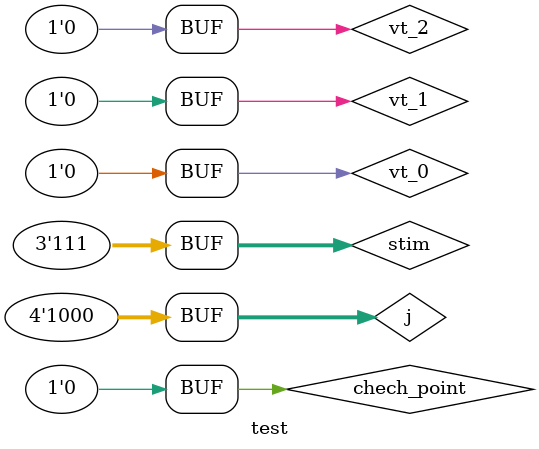
<source format=sv>
module test;
parameter delay = 6;
parameter truth_table_0 = 8'b00100011; //8'b10000000; 
parameter truth_table_1 = 8'b00111001;
parameter truth_table_2 = 8'b01010101;
//wire  z_0,z_1,z_2;
wire [2:0] z;
reg [2:0] stim;
reg [3:0] j;
reg [3:0] i;
reg  chech_point,error;
wire vt_0, vt_1, vt_2;

initial 
begin							// stimulator 
	chech_point=0;
	// for (i = 0; i <= 2; i = i+1)
	 for (j=0; j<=7;j=j+1) 
	 begin
		  #10 ; 
		  stim=j;
		  chech_point = # delay 1;
		  #3 ;
		  chech_point = 0;  
    end
end

assign  vt_0 = truth_table_0[stim] ;
assign  vt_1 = truth_table_1[stim] ;
assign  vt_2 = truth_table_2[stim] ; 

complex m1 (.x_in(stim),.z_0(z[0]),.z_1(z[1]),.z_2(z[2]));

always @ (posedge chech_point) //tester   
    error = (z[0] == vt_0 & z[1] == vt_1 & z[2] == vt_2) ?  0:1;
endmodule

</source>
